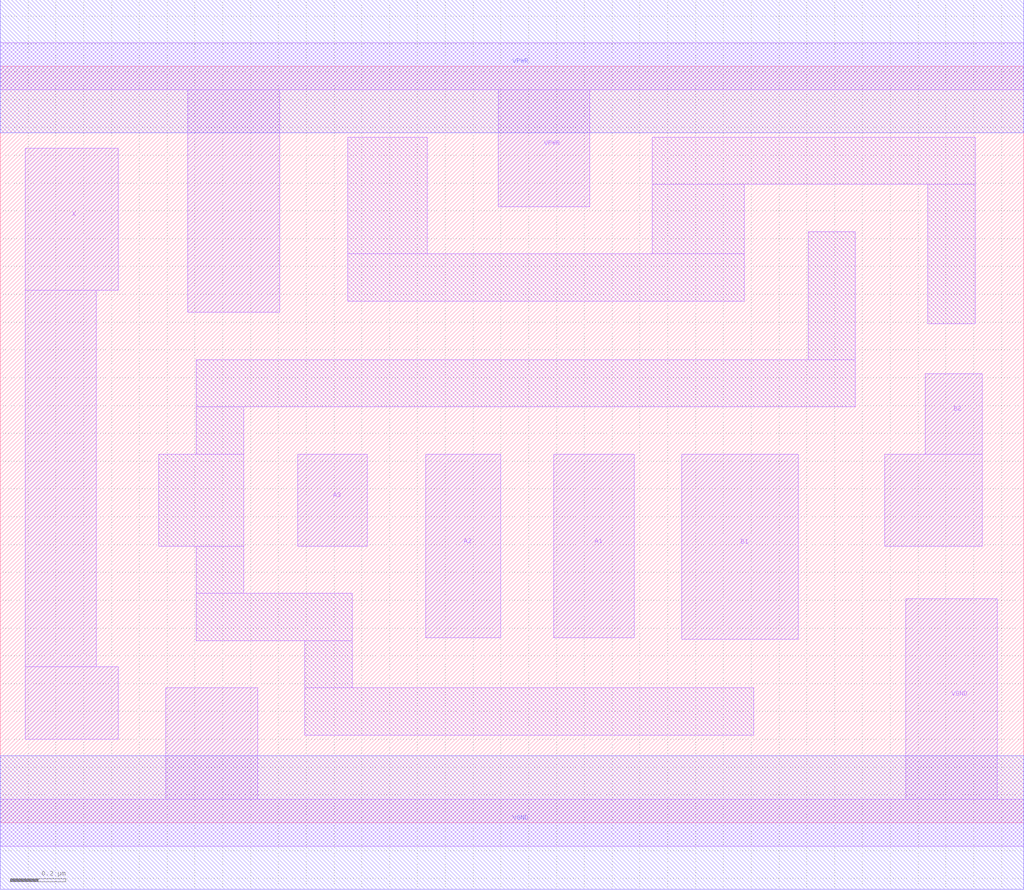
<source format=lef>
# Copyright 2020 The SkyWater PDK Authors
#
# Licensed under the Apache License, Version 2.0 (the "License");
# you may not use this file except in compliance with the License.
# You may obtain a copy of the License at
#
#     https://www.apache.org/licenses/LICENSE-2.0
#
# Unless required by applicable law or agreed to in writing, software
# distributed under the License is distributed on an "AS IS" BASIS,
# WITHOUT WARRANTIES OR CONDITIONS OF ANY KIND, either express or implied.
# See the License for the specific language governing permissions and
# limitations under the License.
#
# SPDX-License-Identifier: Apache-2.0

VERSION 5.5 ;
NAMESCASESENSITIVE ON ;
BUSBITCHARS "[]" ;
DIVIDERCHAR "/" ;
MACRO sky130_fd_sc_hd__a32o_1
  CLASS CORE ;
  SOURCE USER ;
  ORIGIN  0.000000  0.000000 ;
  SIZE  3.680000 BY  2.720000 ;
  SYMMETRY X Y R90 ;
  SITE unithd ;
  PIN A1
    ANTENNAGATEAREA  0.247500 ;
    DIRECTION INPUT ;
    USE SIGNAL ;
    PORT
      LAYER li1 ;
        RECT 1.990000 0.665000 2.280000 1.325000 ;
    END
  END A1
  PIN A2
    ANTENNAGATEAREA  0.247500 ;
    DIRECTION INPUT ;
    USE SIGNAL ;
    PORT
      LAYER li1 ;
        RECT 1.530000 0.665000 1.800000 1.325000 ;
    END
  END A2
  PIN A3
    ANTENNAGATEAREA  0.247500 ;
    DIRECTION INPUT ;
    USE SIGNAL ;
    PORT
      LAYER li1 ;
        RECT 1.070000 0.995000 1.320000 1.325000 ;
    END
  END A3
  PIN B1
    ANTENNAGATEAREA  0.247500 ;
    DIRECTION INPUT ;
    USE SIGNAL ;
    PORT
      LAYER li1 ;
        RECT 2.450000 0.660000 2.870000 1.325000 ;
    END
  END B1
  PIN B2
    ANTENNAGATEAREA  0.247500 ;
    DIRECTION INPUT ;
    USE SIGNAL ;
    PORT
      LAYER li1 ;
        RECT 3.180000 0.995000 3.530000 1.325000 ;
        RECT 3.325000 1.325000 3.530000 1.615000 ;
    END
  END B2
  PIN X
    ANTENNADIFFAREA  0.544500 ;
    DIRECTION OUTPUT ;
    USE SIGNAL ;
    PORT
      LAYER li1 ;
        RECT 0.090000 0.300000 0.425000 0.560000 ;
        RECT 0.090000 0.560000 0.345000 1.915000 ;
        RECT 0.090000 1.915000 0.425000 2.425000 ;
    END
  END X
  PIN VGND
    DIRECTION INOUT ;
    SHAPE ABUTMENT ;
    USE GROUND ;
    PORT
      LAYER li1 ;
        RECT 0.000000 -0.085000 3.680000 0.085000 ;
        RECT 0.595000  0.085000 0.925000 0.485000 ;
        RECT 3.255000  0.085000 3.585000 0.805000 ;
    END
    PORT
      LAYER met1 ;
        RECT 0.000000 -0.240000 3.680000 0.240000 ;
    END
  END VGND
  PIN VNB
    DIRECTION INOUT ;
    USE GROUND ;
    PORT
    END
  END VNB
  PIN VPB
    DIRECTION INOUT ;
    USE POWER ;
    PORT
    END
  END VPB
  PIN VPWR
    DIRECTION INOUT ;
    SHAPE ABUTMENT ;
    USE POWER ;
    PORT
      LAYER li1 ;
        RECT 0.000000 2.635000 3.680000 2.805000 ;
        RECT 0.675000 1.835000 1.005000 2.635000 ;
        RECT 1.790000 2.215000 2.120000 2.635000 ;
    END
    PORT
      LAYER met1 ;
        RECT 0.000000 2.480000 3.680000 2.960000 ;
    END
  END VPWR
  OBS
    LAYER li1 ;
      RECT 0.570000 0.995000 0.875000 1.325000 ;
      RECT 0.705000 0.655000 1.265000 0.825000 ;
      RECT 0.705000 0.825000 0.875000 0.995000 ;
      RECT 0.705000 1.325000 0.875000 1.495000 ;
      RECT 0.705000 1.495000 3.075000 1.665000 ;
      RECT 1.095000 0.315000 2.710000 0.485000 ;
      RECT 1.095000 0.485000 1.265000 0.655000 ;
      RECT 1.250000 1.875000 2.675000 2.045000 ;
      RECT 1.250000 2.045000 1.535000 2.465000 ;
      RECT 2.345000 2.045000 2.675000 2.295000 ;
      RECT 2.345000 2.295000 3.505000 2.465000 ;
      RECT 2.905000 1.665000 3.075000 2.125000 ;
      RECT 3.335000 1.795000 3.505000 2.295000 ;
  END
END sky130_fd_sc_hd__a32o_1
END LIBRARY

</source>
